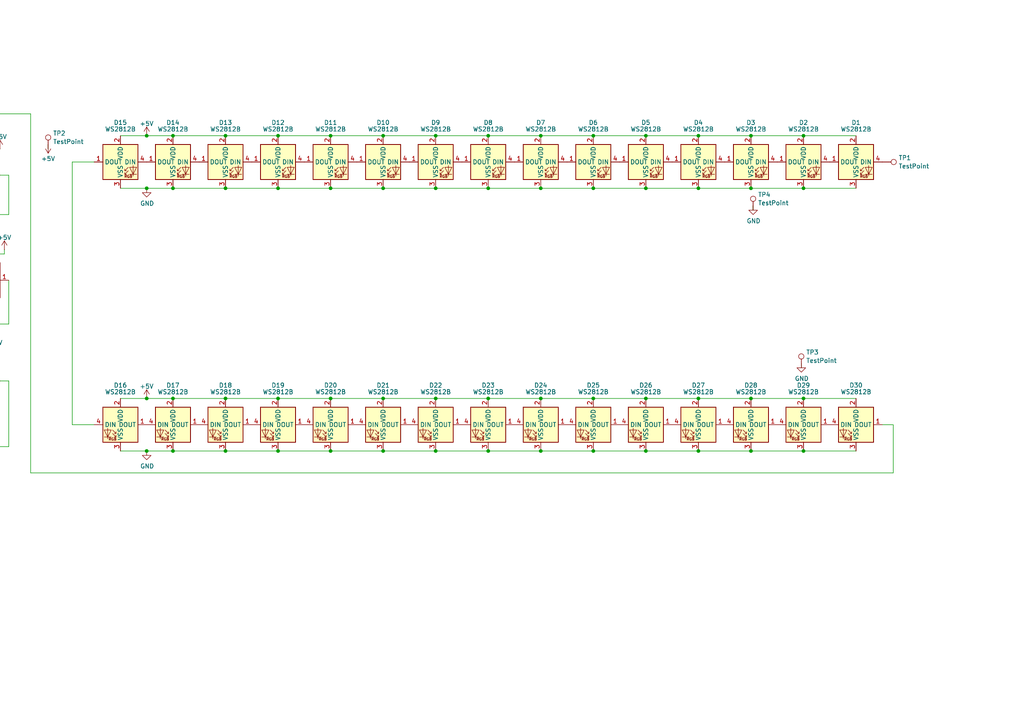
<source format=kicad_sch>
(kicad_sch (version 20250114) (generator "eeschema") (generator_version "9.0")
  (paper "A4")
  (junction (at 80.645 39.37))
  (junction (at 141.605 115.57))
  (junction (at 172.085 39.37))
  (junction (at 156.845 54.61))
  (junction (at 95.885 39.37))
  (junction (at 126.365 130.81))
  (junction (at -26.67 66.04))
  (junction (at 111.125 115.57))
  (junction (at 65.405 54.61))
  (junction (at -24.13 92.71))
  (junction (at 202.565 39.37))
  (junction (at -24.13 119.38))
  (junction (at 42.545 39.37))
  (junction (at 65.405 130.81))
  (junction (at 80.645 54.61))
  (junction (at 202.565 115.57))
  (junction (at 95.885 130.81))
  (junction (at 141.605 130.81))
  (junction (at 65.405 115.57))
  (junction (at 42.545 115.57))
  (junction (at -5.08 73.66))
  (junction (at 141.605 39.37))
  (junction (at 80.645 130.81))
  (junction (at 156.845 130.81))
  (junction (at 50.165 39.37))
  (junction (at 80.645 115.57))
  (junction (at 187.325 130.81))
  (junction (at 187.325 39.37))
  (junction (at 42.545 130.81))
  (junction (at 172.085 54.61))
  (junction (at 65.405 39.37))
  (junction (at 95.885 115.57))
  (junction (at 202.565 130.81))
  (junction (at 217.805 39.37))
  (junction (at 217.805 54.61))
  (junction (at 187.325 54.61))
  (junction (at 50.165 54.61))
  (junction (at 111.125 54.61))
  (junction (at 233.045 54.61))
  (junction (at 233.045 39.37))
  (junction (at 233.045 130.81))
  (junction (at 50.165 115.57))
  (junction (at 217.805 130.81))
  (junction (at 50.165 130.81))
  (junction (at -7.62 43.18))
  (junction (at 111.125 130.81))
  (junction (at 172.085 130.81))
  (junction (at 42.545 54.61))
  (junction (at 187.325 115.57))
  (junction (at 156.845 115.57))
  (junction (at 202.565 54.61))
  (junction (at 126.365 39.37))
  (junction (at 156.845 39.37))
  (junction (at 126.365 115.57))
  (junction (at 217.805 115.57))
  (junction (at 141.605 54.61))
  (junction (at 126.365 54.61))
  (junction (at 95.885 54.61))
  (junction (at 111.125 39.37))
  (junction (at -7.62 102.87))
  (junction (at 233.045 115.57))
  (junction (at 172.085 115.57))
  (wire (pts (xy -59.69 100.33) (xy -59.69 97.79)))
  (wire (pts (xy -82.55 76.2) (xy -82.55 90.17)))
  (wire (pts (xy 73.66 313.69) (xy 91.44 313.69)))
  (wire (pts (xy -34.29 58.42) (xy -35.56 58.42)))
  (wire (pts (xy -25.4 33.02) (xy -36.83 44.45)))
  (wire (pts (xy 111.125 39.37) (xy 126.365 39.37)))
  (wire (pts (xy 259.08 123.19) (xy 259.08 137.16)))
  (wire (pts (xy 81.28 275.59) (xy 64.77 275.59)))
  (wire (pts (xy -26.67 66.04) (xy -20.32 66.04)))
  (wire (pts (xy -36.83 57.15) (xy -35.56 58.42)))
  (wire (pts (xy 63.5 290.195) (xy 101.6 290.195)))
  (wire (pts (xy 50.165 115.57) (xy 65.405 115.57)))
  (wire (pts (xy 8.89 33.02) (xy -25.4 33.02)))
  (wire (pts (xy -13.97 73.66) (xy -5.08 73.66)))
  (wire (pts (xy -24.13 92.71) (xy -15.24 92.71)))
  (wire (pts (xy 80.645 54.61) (xy 95.885 54.61)))
  (wire (pts (xy 202.565 115.57) (xy 217.805 115.57)))
  (wire (pts (xy 73.66 303.53) (xy 91.44 303.53)))
  (wire (pts (xy 65.405 39.37) (xy 80.645 39.37)))
  (wire (pts (xy 101.6 290.195) (xy 101.6 295.91)))
  (wire (pts (xy 13.97 41.91) (xy 13.97 43.18)))
  (wire (pts (xy 34.925 115.57) (xy 42.545 115.57)))
  (wire (pts (xy -12.7 58.42) (xy -7.62 58.42)))
  (wire (pts (xy -90.17 116.84) (xy -90.17 119.38)))
  (wire (pts (xy 0 43.18) (xy -7.62 43.18)))
  (wire (pts (xy 141.605 130.81) (xy 156.845 130.81)))
  (wire (pts (xy -74.93 81.28) (xy -74.93 83.82)))
  (wire (pts (xy 64.77 275.59) (xy 64.77 274.32)))
  (wire (pts (xy -74.93 71.12) (xy -74.93 68.58)))
  (wire (pts (xy -12.7 43.18) (xy -7.62 43.18)))
  (wire (pts (xy 233.045 130.81) (xy 248.285 130.81)))
  (wire (pts (xy 27.305 46.99) (xy 20.955 46.99)))
  (wire (pts (xy 95.885 39.37) (xy 111.125 39.37)))
  (wire (pts (xy 63.5 321.31) (xy 63.5 328.93)))
  (wire (pts (xy -36.83 44.45) (xy -36.83 57.15)))
  (wire (pts (xy 232.41 105.41) (xy 232.41 106.68)))
  (wire (pts (xy -52.07 83.82) (xy -45.72 83.82)))
  (wire (pts (xy -59.69 110.49) (xy -59.69 113.03)))
  (wire (pts (xy -24.13 104.14) (xy -16.51 104.14)))
  (wire (pts (xy 80.645 115.57) (xy 95.885 115.57)))
  (wire (pts (xy 80.645 39.37) (xy 95.885 39.37)))
  (wire (pts (xy 217.805 39.37) (xy 233.045 39.37)))
  (wire (pts (xy -12.7 58.42) (xy -20.32 66.04)))
  (wire (pts (xy 126.365 54.61) (xy 141.605 54.61)))
  (wire (pts (xy 187.325 130.81) (xy 202.565 130.81)))
  (wire (pts (xy 0 50.8) (xy 2.54 50.8)))
  (wire (pts (xy 8.89 137.16) (xy 259.08 137.16)))
  (wire (pts (xy -19.05 71.12) (xy -10.16 62.23)))
  (wire (pts (xy 217.805 54.61) (xy 233.045 54.61)))
  (wire (pts (xy -59.69 88.9) (xy -59.69 91.44)))
  (wire (pts (xy -74.93 124.46) (xy -74.93 127)))
  (wire (pts (xy 42.545 54.61) (xy 50.165 54.61)))
  (wire (pts (xy 65.405 115.57) (xy 80.645 115.57)))
  (wire (pts (xy 233.045 39.37) (xy 248.285 39.37)))
  (wire (pts (xy 73.66 308.61) (xy 91.44 308.61)))
  (wire (pts (xy 156.845 39.37) (xy 172.085 39.37)))
  (wire (pts (xy 202.565 39.37) (xy 217.805 39.37)))
  (wire (pts (xy -16.51 104.14) (xy -15.24 102.87)))
  (wire (pts (xy 2.54 62.23) (xy -10.16 62.23)))
  (wire (pts (xy -67.31 76.2) (xy -67.31 83.82)))
  (wire (pts (xy 34.925 130.81) (xy 42.545 130.81)))
  (wire (pts (xy 20.955 123.19) (xy 27.305 123.19)))
  (wire (pts (xy 2.54 50.8) (xy 2.54 62.23)))
  (wire (pts (xy 172.085 130.81) (xy 187.325 130.81)))
  (wire (pts (xy 42.545 130.81) (xy 50.165 130.81)))
  (wire (pts (xy -11.43 93.98) (xy -16.51 99.06)))
  (wire (pts (xy -67.31 97.79) (xy -67.31 105.41)))
  (wire (pts (xy -41.91 87.63) (xy -45.72 83.82)))
  (wire (pts (xy -16.51 52.07) (xy -16.51 55.88)))
  (wire (pts (xy -90.17 95.25) (xy -90.17 97.79)))
  (wire (pts (xy 2.54 129.54) (xy -31.75 129.54)))
  (wire (pts (xy -15.24 50.8) (xy -16.51 52.07)))
  (wire (pts (xy -11.43 88.9) (xy -15.24 92.71)))
  (wire (pts (xy -20.32 50.8) (xy -12.7 43.18)))
  (wire (pts (xy 111.125 130.81) (xy 126.365 130.81)))
  (wire (pts (xy 218.44 59.69) (xy 218.44 60.96)))
  (wire (pts (xy 34.925 54.61) (xy 42.545 54.61)))
  (wire (pts (xy 101.6 321.31) (xy 101.6 328.93)))
  (wire (pts (xy -24.13 77.47) (xy -17.78 77.47)))
  (wire (pts (xy -31.75 71.12) (xy -35.56 74.93)))
  (wire (pts (xy -52.07 105.41) (xy -52.07 114.3)))
  (wire (pts (xy 65.405 54.61) (xy 80.645 54.61)))
  (wire (pts (xy -17.78 77.47) (xy -13.97 73.66)))
  (wire (pts (xy 172.085 39.37) (xy 187.325 39.37)))
  (wire (pts (xy 233.045 54.61) (xy 248.285 54.61)))
  (wire (pts (xy 73.66 311.15) (xy 91.44 311.15)))
  (wire (pts (xy -20.32 50.8) (xy -26.67 50.8)))
  (wire (pts (xy 255.905 123.19) (xy 259.08 123.19)))
  (wire (pts (xy -59.69 78.74) (xy -59.69 76.2)))
  (wire (pts (xy 217.805 130.81) (xy 233.045 130.81)))
  (wire (pts (xy 0 110.49) (xy 2.54 110.49)))
  (wire (pts (xy -34.29 111.76) (xy -31.75 111.76)))
  (wire (pts (xy 63.5 328.93) (xy 101.6 328.93)))
  (wire (pts (xy -7.62 118.11) (xy -13.97 118.11)))
  (wire (pts (xy 126.365 115.57) (xy 141.605 115.57)))
  (wire (pts (xy 141.605 54.61) (xy 156.845 54.61)))
  (wire (pts (xy -5.08 88.9) (xy -11.43 88.9)))
  (wire (pts (xy 81.28 300.99) (xy 91.44 300.99)))
  (wire (pts (xy 1.27 72.39) (xy 1.27 73.66)))
  (wire (pts (xy 126.365 39.37) (xy 141.605 39.37)))
  (wire (pts (xy 34.925 39.37) (xy 42.545 39.37)))
  (wire (pts (xy 156.845 115.57) (xy 172.085 115.57)))
  (wire (pts (xy -90.17 85.09) (xy -90.17 82.55)))
  (wire (pts (xy -74.93 102.87) (xy -74.93 105.41)))
  (wire (pts (xy -74.93 114.3) (xy -74.93 111.76)))
  (wire (pts (xy -83.82 97.79) (xy -82.55 97.79)))
  (wire (pts (xy -15.24 110.49) (xy -16.51 111.76)))
  (wire (pts (xy -31.75 129.54) (xy -41.91 119.38)))
  (wire (pts (xy 50.165 39.37) (xy 65.405 39.37)))
  (wire (pts (xy 42.545 39.37) (xy 50.165 39.37)))
  (wire (pts (xy -31.75 99.06) (xy -35.56 102.87)))
  (wire (pts (xy -83.82 97.79) (xy -88.9 92.71)))
  (wire (pts (xy -82.55 111.76) (xy -82.55 119.38)))
  (wire (pts (xy -74.93 92.71) (xy -74.93 90.17)))
  (wire (pts (xy 80.645 130.81) (xy 95.885 130.81)))
  (wire (pts (xy 156.845 54.61) (xy 172.085 54.61)))
  (wire (pts (xy -41.91 119.38) (xy -41.91 87.63)))
  (wire (pts (xy -35.56 74.93) (xy -35.56 83.82)))
  (wire (pts (xy -16.51 55.88) (xy -19.05 58.42)))
  (wire (pts (xy -16.51 99.06) (xy -31.75 99.06)))
  (wire (pts (xy 187.325 54.61) (xy 202.565 54.61)))
  (wire (pts (xy 73.66 306.07) (xy 91.44 306.07)))
  (wire (pts (xy 95.885 130.81) (xy 111.125 130.81)))
  (wire (pts (xy 95.885 54.61) (xy 111.125 54.61)))
  (wire (pts (xy -13.97 118.11) (xy -15.24 119.38)))
  (wire (pts (xy 141.605 39.37) (xy 156.845 39.37)))
  (wire (pts (xy 111.125 115.57) (xy 126.365 115.57)))
  (wire (pts (xy 172.085 54.61) (xy 187.325 54.61)))
  (wire (pts (xy -35.56 102.87) (xy -35.56 110.49)))
  (wire (pts (xy -19.05 71.12) (xy -31.75 71.12)))
  (wire (pts (xy -90.17 106.68) (xy -90.17 104.14)))
  (wire (pts (xy 63.5 295.91) (xy 63.5 290.195)))
  (wire (pts (xy 217.805 115.57) (xy 233.045 115.57)))
  (wire (pts (xy 65.405 130.81) (xy 80.645 130.81)))
  (wire (pts (xy 2.54 110.49) (xy 2.54 129.54)))
  (wire (pts (xy 81.28 275.59) (xy 81.28 300.99)))
  (wire (pts (xy 172.085 115.57) (xy 187.325 115.57)))
  (wire (pts (xy -12.7 81.28) (xy -16.51 85.09)))
  (wire (pts (xy 156.845 130.81) (xy 172.085 130.81)))
  (wire (pts (xy 2.54 93.98) (xy -11.43 93.98)))
  (wire (pts (xy 233.045 115.57) (xy 248.285 115.57)))
  (wire (pts (xy 95.885 115.57) (xy 111.125 115.57)))
  (wire (pts (xy -67.31 119.38) (xy -57.15 119.38)))
  (wire (pts (xy 50.165 130.81) (xy 65.405 130.81)))
  (wire (pts (xy -7.62 102.87) (xy -1.27 102.87)))
  (wire (pts (xy -15.24 102.87) (xy -7.62 102.87)))
  (wire (pts (xy 59.69 261.62) (xy 59.69 270.51)))
  (wire (pts (xy 126.365 130.81) (xy 141.605 130.81)))
  (wire (pts (xy 42.545 115.57) (xy 50.165 115.57)))
  (wire (pts (xy 141.605 115.57) (xy 156.845 115.57)))
  (wire (pts (xy 20.955 46.99) (xy 20.955 123.19)))
  (wire (pts (xy 1.27 73.66) (xy -5.08 73.66)))
  (wire (pts (xy 202.565 54.61) (xy 217.805 54.61)))
  (wire (pts (xy -24.13 119.38) (xy -15.24 119.38)))
  (wire (pts (xy -34.29 85.09) (xy -31.75 85.09)))
  (wire (pts (xy 187.325 115.57) (xy 202.565 115.57)))
  (wire (pts (xy -57.15 119.38) (xy -52.07 114.3)))
  (wire (pts (xy 111.125 54.61) (xy 126.365 54.61)))
  (wire (pts (xy 8.89 33.02) (xy 8.89 137.16)))
  (wire (pts (xy -97.79 90.17) (xy -97.79 111.76)))
  (wire (pts (xy -35.56 83.82) (xy -34.29 85.09)))
  (wire (pts (xy 2.54 81.28) (xy 2.54 93.98)))
  (wire (pts (xy 202.565 130.81) (xy 217.805 130.81)))
  (wire (pts (xy 50.165 54.61) (xy 65.405 54.61)))
  (wire (pts (xy -88.9 63.5) (xy -88.9 92.71)))
  (wire (pts (xy -35.56 110.49) (xy -34.29 111.76)))
  (wire (pts (xy 187.325 39.37) (xy 202.565 39.37)))
  (symbol (lib_name "xl-1010RGBC_433") (lib_id "JumperlessSymbols:xl-1010RGBC") (at -5.08 81.28 0) (mirror y) (unit 1)
    (property "Reference" "D34" (at -5.08 69.85 0))
    (property "Value" "WS2812B" (at -5.08 71.771 0))
    (property "Footprint" "JumperlessFootprints:XL-1010RGBC-WS2812B" (effects (hide yes)))
    (property "Datasheet" "https://cdn-shop.adafruit.com/datasheets/WS2812B.pdf" (effects (hide yes)))
  )
  (symbol (lib_name "xl-1010RGBC_110") (lib_id "JumperlessSymbols:xl-1010RGBC") (at 65.405 46.99 0) (unit 1)
    (property "Reference" "D13" (at 65.405 35.56 0))
    (property "Value" "WS2812B" (at 65.405 37.481 0))
    (property "Footprint" "JumperlessFootprints:XL-1010RGBC-WS2812B" (effects (hide yes)))
    (property "Datasheet" "https://cdn-shop.adafruit.com/datasheets/WS2812B.pdf" (effects (hide yes)))
  )
  (symbol (lib_name "xl-1010RGBC_430") (lib_id "JumperlessSymbols:xl-1010RGBC") (at 202.565 46.99 0) (unit 1)
    (property "Reference" "D4" (at 202.565 35.56 0))
    (property "Value" "WS2812B" (at 202.565 37.481 0))
    (property "Footprint" "JumperlessFootprints:XL-1010RGBC-WS2812B" (effects (hide yes)))
    (property "Datasheet" "https://cdn-shop.adafruit.com/datasheets/WS2812B.pdf" (effects (hide yes)))
  )
  (symbol (lib_name "GND_1") (lib_id "power:GND") (at 232.41 105.41 0) (unit 1)
    (property "Reference" "#PWR017" (effects (hide yes)))
    (property "Value" "GND" (at 232.537 109.8042 0))
    (property "Description" "Power symbol creates a global label with name \"GND\" , ground" (effects (hide yes)))
  )
  (symbol (lib_id "Connector_Generic:Conn_01x01") (at 59.69 256.54 90) (unit 1)
    (property "Reference" "J2" (at 62.23 255.2699 90) (effects (justify right)))
    (property "Value" "Pogo" (at 62.23 257.8099 90) (effects (justify right)))
    (property "Description" "Generic connector, single row, 01x01, script generated (kicad-library-utils/schlib/autogen/connector/)" (effects (hide yes)))
  )
  (symbol (lib_name "GND_1") (lib_id "power:GND") (at -74.93 124.46 0) (mirror y) (unit 1)
    (property "Reference" "#PWR024" (effects (hide yes)))
    (property "Value" "GND" (effects (hide yes)))
    (property "Description" "Power symbol creates a global label with name \"GND\" , ground" (effects (hide yes)))
  )
  (symbol (lib_name "GND_1") (lib_id "power:GND") (at -59.69 110.49 0) (mirror y) (unit 1)
    (property "Reference" "#PWR029" (effects (hide yes)))
    (property "Value" "GND" (effects (hide yes)))
    (property "Description" "Power symbol creates a global label with name \"GND\" , ground" (effects (hide yes)))
  )
  (symbol (lib_name "GND_1") (lib_id "power:GND") (at -74.93 102.87 0) (mirror y) (unit 1)
    (property "Reference" "#PWR026" (effects (hide yes)))
    (property "Value" "GND" (effects (hide yes)))
    (property "Description" "Power symbol creates a global label with name \"GND\" , ground" (effects (hide yes)))
  )
  (symbol (lib_name "xl-1010RGBC_433") (lib_id "JumperlessSymbols:xl-1010RGBC") (at -26.67 58.42 0) (mirror y) (unit 1)
    (property "Reference" "D31" (at -26.67 46.99 0))
    (property "Value" "WS2812B" (at -26.67 48.911 0))
    (property "Footprint" "JumperlessFootprints:XL-1010RGBC-WS2812B" (effects (hide yes)))
    (property "Datasheet" "https://cdn-shop.adafruit.com/datasheets/WS2812B.pdf" (effects (hide yes)))
  )
  (symbol (lib_name "xl-1010RGBC_318") (lib_id "JumperlessSymbols:xl-1010RGBC") (at 65.405 123.19 0) (mirror y) (unit 1)
    (property "Reference" "D18" (at 65.405 111.76 0))
    (property "Value" "WS2812B" (at 65.405 113.681 0))
    (property "Footprint" "JumperlessFootprints:XL-1010RGBC-WS2812B" (effects (hide yes)))
    (property "Datasheet" "https://cdn-shop.adafruit.com/datasheets/WS2812B.pdf" (effects (hide yes)))
  )
  (symbol (lib_name "xl-1010RGBC_306") (lib_id "JumperlessSymbols:xl-1010RGBC") (at 111.125 123.19 0) (mirror y) (unit 1)
    (property "Reference" "D21" (at 111.125 111.76 0))
    (property "Value" "WS2812B" (at 111.125 113.681 0))
    (property "Footprint" "JumperlessFootprints:XL-1010RGBC-WS2812B" (effects (hide yes)))
    (property "Datasheet" "https://cdn-shop.adafruit.com/datasheets/WS2812B.pdf" (effects (hide yes)))
  )
  (symbol (lib_name "GND_1") (lib_id "power:GND") (at -24.13 119.38 0) (mirror y) (unit 1)
    (property "Reference" "#PWR08" (effects (hide yes)))
    (property "Value" "GND" (at -24.257 123.7742 0))
    (property "Description" "Power symbol creates a global label with name \"GND\" , ground" (effects (hide yes)))
  )
  (symbol (lib_id "Connector:TestPoint") (at 13.97 43.18 0) (unit 1)
    (property "Reference" "TP2" (at 15.367 38.6658 0) (effects (justify left)))
    (property "Value" "TestPoint" (at 15.367 41.0901 0) (effects (justify left)))
    (property "Footprint" "JumperlessFootprints:PINHEADER-1x1_vertical" (effects (hide yes)))
    (property "Description" "test point" (effects (hide yes)))
  )
  (symbol (lib_name "xl-1010RGBC_243") (lib_id "JumperlessSymbols:xl-1010RGBC") (at 34.925 123.19 0) (mirror y) (unit 1)
    (property "Reference" "D16" (at 34.925 111.76 0))
    (property "Value" "WS2812B" (at 34.925 113.681 0))
    (property "Footprint" "JumperlessFootprints:XL-1010RGBC-WS2812B" (effects (hide yes)))
    (property "Datasheet" "https://cdn-shop.adafruit.com/datasheets/WS2812B.pdf" (effects (hide yes)))
  )
  (symbol (lib_id "Connector_Generic:Conn_01x01") (at 49.53 274.32 180) (unit 1)
    (property "Reference" "J1" (at 49.53 267.97 0))
    (property "Value" "NANO_RESET_1" (at 49.53 270.51 0))
    (property "Description" "Generic connector, single row, 01x01, script generated (kicad-library-utils/schlib/autogen/connector/)" (effects (hide yes)))
  )
  (symbol (lib_name "xl-1010RGBC_427") (lib_id "JumperlessSymbols:xl-1010RGBC") (at 111.125 46.99 0) (unit 1)
    (property "Reference" "D10" (at 111.125 35.544 0))
    (property "Value" "WS2812B" (at 111.125 37.465 0))
    (property "Footprint" "JumperlessFootprints:XL-1010RGBC-WS2812B" (effects (hide yes)))
    (property "Datasheet" "https://cdn-shop.adafruit.com/datasheets/WS2812B.pdf" (effects (hide yes)))
  )
  (symbol (lib_name "xl-1010RGBC_165") (lib_id "JumperlessSymbols:xl-1010RGBC") (at 50.165 123.19 0) (mirror y) (unit 1)
    (property "Reference" "D17" (at 50.165 111.76 0))
    (property "Value" "WS2812B" (at 50.165 113.681 0))
    (property "Footprint" "JumperlessFootprints:XL-1010RGBC-WS2812B" (effects (hide yes)))
    (property "Datasheet" "https://cdn-shop.adafruit.com/datasheets/WS2812B.pdf" (effects (hide yes)))
  )
  (symbol (lib_name "+5V_1") (lib_id "power:+5V") (at -90.17 106.68 0) (mirror y) (unit 1)
    (property "Reference" "#PWR016" (effects (hide yes)))
    (property "Value" "+5V" (effects (hide yes)))
    (property "Description" "Power symbol creates a global label with name \"+5V\"" (effects (hide yes)))
  )
  (symbol (lib_name "+5V_1") (lib_id "power:+5V") (at -74.93 71.12 0) (mirror y) (unit 1)
    (property "Reference" "#PWR021" (effects (hide yes)))
    (property "Value" "+5V" (effects (hide yes)))
    (property "Description" "Power symbol creates a global label with name \"+5V\"" (effects (hide yes)))
  )
  (symbol (lib_name "GND_1") (lib_id "power:GND") (at -90.17 116.84 0) (mirror y) (unit 1)
    (property "Reference" "#PWR011" (effects (hide yes)))
    (property "Value" "GND" (effects (hide yes)))
    (property "Description" "Power symbol creates a global label with name \"GND\" , ground" (effects (hide yes)))
  )
  (symbol (lib_name "xl-1010RGBC_432") (lib_id "JumperlessSymbols:xl-1010RGBC") (at -59.69 105.41 0) (unit 1)
    (property "Reference" "D42" (at -59.69 93.964 0))
    (property "Value" "WS2812B" (at -59.69 95.885 0))
    (property "Footprint" "JumperlessFootprints:XL-1010RGBC-WS2812B" (effects (hide yes)))
    (property "Datasheet" "https://cdn-shop.adafruit.com/datasheets/WS2812B.pdf" (effects (hide yes)))
  )
  (symbol (lib_name "xl-1010RGBC_113") (lib_id "JumperlessSymbols:xl-1010RGBC") (at 95.885 46.99 0) (unit 1)
    (property "Reference" "D11" (at 95.885 35.56 0))
    (property "Value" "WS2812B" (at 95.885 37.481 0))
    (property "Footprint" "JumperlessFootprints:XL-1010RGBC-WS2812B" (effects (hide yes)))
    (property "Datasheet" "https://cdn-shop.adafruit.com/datasheets/WS2812B.pdf" (effects (hide yes)))
  )
  (symbol (lib_name "xl-1010RGBC_295") (lib_id "JumperlessSymbols:xl-1010RGBC") (at 126.365 46.99 0) (unit 1)
    (property "Reference" "D9" (at 126.365 35.56 0))
    (property "Value" "WS2812B" (at 126.365 37.481 0))
    (property "Footprint" "JumperlessFootprints:XL-1010RGBC-WS2812B" (effects (hide yes)))
    (property "Datasheet" "https://cdn-shop.adafruit.com/datasheets/WS2812B.pdf" (effects (hide yes)))
  )
  (symbol (lib_name "GND_1") (lib_id "power:GND") (at 42.545 54.61 0) (unit 1)
    (property "Reference" "#PWR02" (effects (hide yes)))
    (property "Value" "GND" (at 42.672 59.0042 0))
    (property "Description" "Power symbol creates a global label with name \"GND\" , ground" (effects (hide yes)))
  )
  (symbol (lib_name "xl-1010RGBC_431") (lib_id "JumperlessSymbols:xl-1010RGBC") (at -74.93 76.2 0) (unit 1)
    (property "Reference" "D38" (at -74.93 64.77 0))
    (property "Value" "WS2812B" (at -74.93 66.691 0))
    (property "Footprint" "JumperlessFootprints:XL-1010RGBC-WS2812B" (effects (hide yes)))
    (property "Datasheet" "https://cdn-shop.adafruit.com/datasheets/WS2812B.pdf" (effects (hide yes)))
  )
  (symbol (lib_name "xl-1010RGBC_311") (lib_id "JumperlessSymbols:xl-1010RGBC") (at 95.885 123.19 0) (mirror y) (unit 1)
    (property "Reference" "D20" (at 95.885 111.744 0))
    (property "Value" "WS2812B" (at 95.885 113.665 0))
    (property "Footprint" "JumperlessFootprints:XL-1010RGBC-WS2812B" (effects (hide yes)))
    (property "Datasheet" "https://cdn-shop.adafruit.com/datasheets/WS2812B.pdf" (effects (hide yes)))
  )
  (symbol (lib_id "Jumper:SolderJumper_3_Bridged12") (at 59.69 274.32 180) (unit 1) (in_bom no)
    (property "Reference" "JP1" (at 59.69 278.13 0))
    (property "Value" "SolderJumper_3_Bridged12" (at 59.69 280.67 0))
    (property "Description" "3-pole Solder Jumper, pins 1+2 closed/bridged" (effects (hide yes)))
  )
  (symbol (lib_name "GND_1") (lib_id "power:GND") (at -59.69 88.9 0) (mirror y) (unit 1)
    (property "Reference" "#PWR028" (effects (hide yes)))
    (property "Value" "GND" (effects (hide yes)))
    (property "Description" "Power symbol creates a global label with name \"GND\" , ground" (effects (hide yes)))
  )
  (symbol (lib_name "xl-1010RGBC_114") (lib_id "JumperlessSymbols:xl-1010RGBC") (at 248.285 46.99 0) (unit 1)
    (property "Reference" "D1" (at 248.285 35.56 0))
    (property "Value" "WS2812B" (at 248.285 37.481 0))
    (property "Footprint" "JumperlessFootprints:XL-1010RGBC-WS2812B" (effects (hide yes)))
    (property "Datasheet" "https://cdn-shop.adafruit.com/datasheets/WS2812B.pdf" (effects (hide yes)))
  )
  (symbol (lib_name "xl-1010RGBC_433") (lib_id "JumperlessSymbols:xl-1010RGBC") (at -90.17 111.76 0) (mirror y) (unit 1)
    (property "Reference" "D40" (at -90.17 100.33 0))
    (property "Value" "WS2812B" (at -90.17 102.251 0))
    (property "Footprint" "JumperlessFootprints:XL-1010RGBC-WS2812B" (effects (hide yes)))
    (property "Datasheet" "https://cdn-shop.adafruit.com/datasheets/WS2812B.pdf" (effects (hide yes)))
  )
  (symbol (lib_name "+5V_1") (lib_id "power:+5V") (at 0 43.18 0) (mirror y) (unit 1)
    (property "Reference" "#PWR03" (effects (hide yes)))
    (property "Value" "+5V" (at 0 39.6781 0))
    (property "Description" "Power symbol creates a global label with name \"+5V\"" (effects (hide yes)))
  )
  (symbol (lib_name "+5V_1") (lib_id "power:+5V") (at -59.69 78.74 0) (mirror y) (unit 1)
    (property "Reference" "#PWR022" (effects (hide yes)))
    (property "Value" "+5V" (effects (hide yes)))
    (property "Description" "Power symbol creates a global label with name \"+5V\"" (effects (hide yes)))
  )
  (symbol (lib_name "xl-1010RGBC_226") (lib_id "JumperlessSymbols:xl-1010RGBC") (at 126.365 123.19 0) (mirror y) (unit 1)
    (property "Reference" "D22" (at 126.365 111.76 0))
    (property "Value" "WS2812B" (at 126.365 113.681 0))
    (property "Footprint" "JumperlessFootprints:XL-1010RGBC-WS2812B" (effects (hide yes)))
    (property "Datasheet" "https://cdn-shop.adafruit.com/datasheets/WS2812B.pdf" (effects (hide yes)))
  )
  (symbol (lib_name "+5V_1") (lib_id "power:+5V") (at 13.97 41.91 0) (mirror x) (unit 1)
    (property "Reference" "#PWR019" (effects (hide yes)))
    (property "Value" "+5V" (at 13.97 46.0431 0))
    (property "Description" "Power symbol creates a global label with name \"+5V\"" (effects (hide yes)))
  )
  (symbol (lib_name "xl-1010RGBC_108") (lib_id "JumperlessSymbols:xl-1010RGBC") (at 156.845 46.99 0) (unit 1)
    (property "Reference" "D7" (at 156.845 35.56 0))
    (property "Value" "WS2812B" (at 156.845 37.481 0))
    (property "Footprint" "JumperlessFootprints:XL-1010RGBC-WS2812B" (effects (hide yes)))
    (property "Datasheet" "https://cdn-shop.adafruit.com/datasheets/WS2812B.pdf" (effects (hide yes)))
  )
  (symbol (lib_name "xl-1010RGBC_433") (lib_id "JumperlessSymbols:xl-1010RGBC") (at -59.69 83.82 0) (unit 1)
    (property "Reference" "D37" (at -59.69 72.39 0))
    (property "Value" "WS2812B" (at -59.69 74.311 0))
    (property "Footprint" "JumperlessFootprints:XL-1010RGBC-WS2812B" (effects (hide yes)))
    (property "Datasheet" "https://cdn-shop.adafruit.com/datasheets/WS2812B.pdf" (effects (hide yes)))
  )
  (symbol (lib_name "GND_1") (lib_id "power:GND") (at -90.17 95.25 0) (mirror y) (unit 1)
    (property "Reference" "#PWR025" (effects (hide yes)))
    (property "Value" "GND" (effects (hide yes)))
    (property "Description" "Power symbol creates a global label with name \"GND\" , ground" (effects (hide yes)))
  )
  (symbol (lib_name "xl-1010RGBC_109") (lib_id "JumperlessSymbols:xl-1010RGBC") (at 233.045 46.99 0) (unit 1)
    (property "Reference" "D2" (at 233.045 35.56 0))
    (property "Value" "WS2812B" (at 233.045 37.481 0))
    (property "Footprint" "JumperlessFootprints:XL-1010RGBC-WS2812B" (effects (hide yes)))
    (property "Datasheet" "https://cdn-shop.adafruit.com/datasheets/WS2812B.pdf" (effects (hide yes)))
  )
  (symbol (lib_name "xl-1010RGBC_429") (lib_id "JumperlessSymbols:xl-1010RGBC") (at 141.605 46.99 0) (unit 1)
    (property "Reference" "D8" (at 141.605 35.56 0))
    (property "Value" "WS2812B" (at 141.605 37.481 0))
    (property "Footprint" "JumperlessFootprints:XL-1010RGBC-WS2812B" (effects (hide yes)))
    (property "Datasheet" "https://cdn-shop.adafruit.com/datasheets/WS2812B.pdf" (effects (hide yes)))
  )
  (symbol (lib_name "GND_1") (lib_id "power:GND") (at 218.44 59.69 0) (unit 1)
    (property "Reference" "#PWR018" (effects (hide yes)))
    (property "Value" "GND" (at 218.567 64.0842 0))
    (property "Description" "Power symbol creates a global label with name \"GND\" , ground" (effects (hide yes)))
  )
  (symbol (lib_name "xl-1010RGBC_426") (lib_id "JumperlessSymbols:xl-1010RGBC") (at 217.805 46.99 0) (unit 1)
    (property "Reference" "D3" (at 217.805 35.56 0))
    (property "Value" "WS2812B" (at 217.805 37.481 0))
    (property "Footprint" "JumperlessFootprints:XL-1010RGBC-WS2812B" (effects (hide yes)))
    (property "Datasheet" "https://cdn-shop.adafruit.com/datasheets/WS2812B.pdf" (effects (hide yes)))
  )
  (symbol (lib_name "xl-1010RGBC_111") (lib_id "JumperlessSymbols:xl-1010RGBC") (at 172.085 46.99 0) (unit 1)
    (property "Reference" "D6" (at 172.085 35.56 0))
    (property "Value" "WS2812B" (at 172.085 37.481 0))
    (property "Footprint" "JumperlessFootprints:XL-1010RGBC-WS2812B" (effects (hide yes)))
    (property "Datasheet" "https://cdn-shop.adafruit.com/datasheets/WS2812B.pdf" (effects (hide yes)))
  )
  (symbol (lib_name "xl-1010RGBC_432") (lib_id "JumperlessSymbols:xl-1010RGBC") (at -90.17 90.17 0) (unit 1)
    (property "Reference" "D39" (at -90.17 78.724 0))
    (property "Value" "WS2812B" (at -90.17 80.645 0))
    (property "Footprint" "JumperlessFootprints:XL-1010RGBC-WS2812B" (effects (hide yes)))
    (property "Datasheet" "https://cdn-shop.adafruit.com/datasheets/WS2812B.pdf" (effects (hide yes)))
  )
  (symbol (lib_name "+5V_1") (lib_id "power:+5V") (at 42.545 115.57 0) (unit 1)
    (property "Reference" "#PWR05" (effects (hide yes)))
    (property "Value" "+5V" (at 42.545 112.0681 0))
    (property "Description" "Power symbol creates a global label with name \"+5V\"" (effects (hide yes)))
  )
  (symbol (lib_name "+5V_1") (lib_id "power:+5V") (at -59.69 100.33 0) (mirror y) (unit 1)
    (property "Reference" "#PWR015" (effects (hide yes)))
    (property "Value" "+5V" (effects (hide yes)))
    (property "Description" "Power symbol creates a global label with name \"+5V\"" (effects (hide yes)))
  )
  (symbol (lib_id "Connector:TestPoint") (at 255.905 46.99 270) (unit 1)
    (property "Reference" "TP1" (at 260.604 45.7778 90) (effects (justify left)))
    (property "Value" "TestPoint" (at 260.604 48.2021 90) (effects (justify left)))
    (property "Footprint" "JumperlessFootprints:PINHEADER-1x1_vertical" (effects (hide yes)))
    (property "Description" "test point" (effects (hide yes)))
  )
  (symbol (lib_name "xl-1010RGBC_296") (lib_id "JumperlessSymbols:xl-1010RGBC") (at 34.925 46.99 0) (unit 1)
    (property "Reference" "D15" (at 34.925 35.544 0))
    (property "Value" "WS2812B" (at 34.925 37.465 0))
    (property "Footprint" "JumperlessFootprints:XL-1010RGBC-WS2812B" (effects (hide yes)))
    (property "Datasheet" "https://cdn-shop.adafruit.com/datasheets/WS2812B.pdf" (effects (hide yes)))
  )
  (symbol (lib_name "+5V_1") (lib_id "power:+5V") (at 42.545 39.37 0) (unit 1)
    (property "Reference" "#PWR01" (effects (hide yes)))
    (property "Value" "+5V" (at 42.545 35.8681 0))
    (property "Description" "Power symbol creates a global label with name \"+5V\"" (effects (hide yes)))
  )
  (symbol (lib_name "+5V_1") (lib_id "power:+5V") (at -74.93 114.3 0) (mirror y) (unit 1)
    (property "Reference" "#PWR010" (effects (hide yes)))
    (property "Value" "+5V" (effects (hide yes)))
    (property "Description" "Power symbol creates a global label with name \"+5V\"" (effects (hide yes)))
  )
  (symbol (lib_name "xl-1010RGBC_433") (lib_id "JumperlessSymbols:xl-1010RGBC") (at -74.93 97.79 0) (unit 1)
    (property "Reference" "D43" (at -74.93 86.36 0))
    (property "Value" "WS2812B" (at -74.93 88.281 0))
    (property "Footprint" "JumperlessFootprints:XL-1010RGBC-WS2812B" (effects (hide yes)))
    (property "Datasheet" "https://cdn-shop.adafruit.com/datasheets/WS2812B.pdf" (effects (hide yes)))
  )
  (symbol (lib_name "GND_1") (lib_id "power:GND") (at 42.545 130.81 0) (unit 1)
    (property "Reference" "#PWR06" (effects (hide yes)))
    (property "Value" "GND" (at 42.672 135.2042 0))
    (property "Description" "Power symbol creates a global label with name \"GND\" , ground" (effects (hide yes)))
  )
  (symbol (lib_name "GND_1") (lib_id "power:GND") (at -74.93 81.28 0) (mirror y) (unit 1)
    (property "Reference" "#PWR027" (effects (hide yes)))
    (property "Value" "GND" (effects (hide yes)))
    (property "Description" "Power symbol creates a global label with name \"GND\" , ground" (effects (hide yes)))
  )
  (symbol (lib_name "xl-1010RGBC_107") (lib_id "JumperlessSymbols:xl-1010RGBC") (at 50.165 46.99 0) (unit 1)
    (property "Reference" "D14" (at 50.165 35.56 0))
    (property "Value" "WS2812B" (at 50.165 37.481 0))
    (property "Footprint" "JumperlessFootprints:XL-1010RGBC-WS2812B" (effects (hide yes)))
    (property "Datasheet" "https://cdn-shop.adafruit.com/datasheets/WS2812B.pdf" (effects (hide yes)))
  )
  (symbol (lib_name "xl-1010RGBC_431") (lib_id "JumperlessSymbols:xl-1010RGBC") (at -74.93 119.38 0) (mirror y) (unit 1)
    (property "Reference" "D41" (at -74.93 107.95 0))
    (property "Value" "WS2812B" (at -74.93 109.871 0))
    (property "Footprint" "JumperlessFootprints:XL-1010RGBC-WS2812B" (effects (hide yes)))
    (property "Datasheet" "https://cdn-shop.adafruit.com/datasheets/WS2812B.pdf" (effects (hide yes)))
  )
  (symbol (lib_name "xl-1010RGBC_403") (lib_id "JumperlessSymbols:xl-1010RGBC") (at 80.645 123.19 0) (mirror y) (unit 1)
    (property "Reference" "D19" (at 80.645 111.76 0))
    (property "Value" "WS2812B" (at 80.645 113.681 0))
    (property "Footprint" "JumperlessFootprints:XL-1010RGBC-WS2812B" (effects (hide yes)))
    (property "Datasheet" "https://cdn-shop.adafruit.com/datasheets/WS2812B.pdf" (effects (hide yes)))
  )
  (symbol (lib_name "+5V_1") (lib_id "power:+5V") (at -1.27 102.87 0) (mirror y) (unit 1)
    (property "Reference" "#PWR07" (effects (hide yes)))
    (property "Value" "+5V" (at -1.27 99.3681 0))
    (property "Description" "Power symbol creates a global label with name \"+5V\"" (effects (hide yes)))
  )
  (symbol (lib_name "GND_1") (lib_id "power:GND") (at -26.67 66.04 0) (mirror y) (unit 1)
    (property "Reference" "#PWR04" (effects (hide yes)))
    (property "Value" "GND" (at -26.797 70.4342 0))
    (property "Description" "Power symbol creates a global label with name \"GND\" , ground" (effects (hide yes)))
  )
  (symbol (lib_name "xl-1010RGBC_183") (lib_id "JumperlessSymbols:xl-1010RGBC") (at 233.045 123.19 0) (mirror y) (unit 1)
    (property "Reference" "D29" (at 233.045 111.76 0))
    (property "Value" "WS2812B" (at 233.045 113.681 0))
    (property "Footprint" "JumperlessFootprints:XL-1010RGBC-WS2812B" (effects (hide yes)))
    (property "Datasheet" "https://cdn-shop.adafruit.com/datasheets/WS2812B.pdf" (effects (hide yes)))
  )
  (symbol (lib_name "xl-1010RGBC_323") (lib_id "JumperlessSymbols:xl-1010RGBC") (at 156.845 123.19 0) (mirror y) (unit 1)
    (property "Reference" "D24" (at 156.845 111.76 0))
    (property "Value" "WS2812B" (at 156.845 113.681 0))
    (property "Footprint" "JumperlessFootprints:XL-1010RGBC-WS2812B" (effects (hide yes)))
    (property "Datasheet" "https://cdn-shop.adafruit.com/datasheets/WS2812B.pdf" (effects (hide yes)))
  )
  (symbol (lib_id "Connector:TestPoint") (at 218.44 60.96 0) (unit 1)
    (property "Reference" "TP4" (at 219.837 56.4458 0) (effects (justify left)))
    (property "Value" "TestPoint" (at 219.837 58.8701 0) (effects (justify left)))
    (property "Footprint" "JumperlessFootprints:PINHEADER-1x1_vertical" (effects (hide yes)))
    (property "Description" "test point" (effects (hide yes)))
  )
  (symbol (lib_name "xl-1010RGBC_432") (lib_id "JumperlessSymbols:xl-1010RGBC") (at -24.13 85.09 0) (mirror y) (unit 1)
    (property "Reference" "D33" (at -24.13 73.644 0))
    (property "Value" "WS2812B" (at -24.13 75.565 0))
    (property "Footprint" "JumperlessFootprints:XL-1010RGBC-WS2812B" (effects (hide yes)))
    (property "Datasheet" "https://cdn-shop.adafruit.com/datasheets/WS2812B.pdf" (effects (hide yes)))
  )
  (symbol (lib_id "Connector:TestPoint") (at -88.9 63.5 0) (unit 1)
    (property "Reference" "TP5" (at -85.09 58.9279 0) (effects (justify left)))
    (property "Value" "LED Out from wishbone" (at -85.09 61.4679 0) (effects (justify left)))
    (property "Footprint" "JumperlessFootprints:PINHEADER-1x1_vertical" (effects (hide yes)))
    (property "Description" "test point" (effects (hide yes)))
  )
  (symbol (lib_name "xl-1010RGBC_390") (lib_id "JumperlessSymbols:xl-1010RGBC") (at 202.565 123.19 0) (mirror y) (unit 1)
    (property "Reference" "D27" (at 202.565 111.76 0))
    (property "Value" "WS2812B" (at 202.565 113.681 0))
    (property "Footprint" "JumperlessFootprints:XL-1010RGBC-WS2812B" (effects (hide yes)))
    (property "Datasheet" "https://cdn-shop.adafruit.com/datasheets/WS2812B.pdf" (effects (hide yes)))
  )
  (symbol (lib_name "xl-1010RGBC_431") (lib_id "JumperlessSymbols:xl-1010RGBC") (at -7.62 50.8 0) (mirror y) (unit 1)
    (property "Reference" "D32" (at -7.62 39.37 0))
    (property "Value" "WS2812B" (at -7.62 41.291 0))
    (property "Footprint" "JumperlessFootprints:XL-1010RGBC-WS2812B" (effects (hide yes)))
    (property "Datasheet" "https://cdn-shop.adafruit.com/datasheets/WS2812B.pdf" (effects (hide yes)))
  )
  (symbol (lib_name "xl-1010RGBC_112") (lib_id "JumperlessSymbols:xl-1010RGBC") (at 187.325 46.99 0) (unit 1)
    (property "Reference" "D5" (at 187.325 35.544 0))
    (property "Value" "WS2812B" (at 187.325 37.465 0))
    (property "Footprint" "JumperlessFootprints:XL-1010RGBC-WS2812B" (effects (hide yes)))
    (property "Datasheet" "https://cdn-shop.adafruit.com/datasheets/WS2812B.pdf" (effects (hide yes)))
  )
  (symbol (lib_name "xl-1010RGBC_324") (lib_id "JumperlessSymbols:xl-1010RGBC") (at 248.285 123.19 0) (mirror y) (unit 1)
    (property "Reference" "D30" (at 248.285 111.744 0))
    (property "Value" "WS2812B" (at 248.285 113.665 0))
    (property "Footprint" "JumperlessFootprints:XL-1010RGBC-WS2812B" (effects (hide yes)))
    (property "Datasheet" "https://cdn-shop.adafruit.com/datasheets/WS2812B.pdf" (effects (hide yes)))
  )
  (symbol (lib_id "Memory_Flash:W25Q128JVS") (at 63.5 308.61 0) (mirror y) (unit 1)
    (property "Reference" "U2" (at 52.07 307.3399 0) (effects (justify left)))
    (property "Value" "W25Q128JVS" (at 52.07 309.8799 0) (effects (justify left)))
    (property "Footprint" "Package_SO:SOIC-8_5.3x5.3mm_P1.27mm" (effects (hide yes)))
    (property "Datasheet" "https://www.winbond.com/resource-files/w25q128jv_dtr%20revc%2003272018%20plus.pdf" (effects (hide yes)))
    (property "Description" "128Mbit / 16MiB Serial Flash Memory, Standard/Dual/Quad SPI, 2.7-3.6V, SOIC-8" (effects (hide yes)))
  )
  (symbol (lib_name "xl-1010RGBC_169") (lib_id "JumperlessSymbols:xl-1010RGBC") (at 217.805 123.19 0) (mirror y) (unit 1)
    (property "Reference" "D28" (at 217.805 111.76 0))
    (property "Value" "WS2812B" (at 217.805 113.681 0))
    (property "Footprint" "JumperlessFootprints:XL-1010RGBC-WS2812B" (effects (hide yes)))
    (property "Datasheet" "https://cdn-shop.adafruit.com/datasheets/WS2812B.pdf" (effects (hide yes)))
  )
  (symbol (lib_name "+5V_1") (lib_id "power:+5V") (at -74.93 92.71 0) (mirror y) (unit 1)
    (property "Reference" "#PWR023" (effects (hide yes)))
    (property "Value" "+5V" (effects (hide yes)))
    (property "Description" "Power symbol creates a global label with name \"+5V\"" (effects (hide yes)))
  )
  (symbol (lib_name "+5V_1") (lib_id "power:+5V") (at 1.27 72.39 0) (mirror y) (unit 1)
    (property "Reference" "#PWR013" (effects (hide yes)))
    (property "Value" "+5V" (at 1.27 68.8881 0))
    (property "Description" "Power symbol creates a global label with name \"+5V\"" (effects (hide yes)))
  )
  (symbol (lib_id "Memory_RAM:APS6404L-3SQRx-ZR") (at 101.6 308.61 0) (unit 1)
    (property "Reference" "U1" (at 110.49 307.3399 0) (effects (justify left)))
    (property "Value" "APS6404L-3SQRx-ZR" (at 110.49 309.8799 0) (effects (justify left)))
    (property "Footprint" "Package_SON:Winbond_USON-8-1EP_3x2mm_P0.5mm_EP0.2x1.6mm" (effects (hide yes)))
    (property "Datasheet" "https://www.mouser.com/datasheet/2/1127/APM_PSRAM_QSPI_APS6404L_3SQR_v2_3_PKG-1954826.pdf" (effects (hide yes)))
    (property "Description" "64 Mbit / 8M x 8-bits serial pseudo SRAM MEMORY, up to 133MHz, 2.7-3.6V supply, USON-8 (XSON-8)" (effects (hide yes)))
  )
  (symbol (lib_name "xl-1010RGBC_349") (lib_id "JumperlessSymbols:xl-1010RGBC") (at 172.085 123.19 0) (mirror y) (unit 1)
    (property "Reference" "D25" (at 172.085 111.744 0))
    (property "Value" "WS2812B" (at 172.085 113.665 0))
    (property "Footprint" "JumperlessFootprints:XL-1010RGBC-WS2812B" (effects (hide yes)))
    (property "Datasheet" "https://cdn-shop.adafruit.com/datasheets/WS2812B.pdf" (effects (hide yes)))
  )
  (symbol (lib_name "xl-1010RGBC_395") (lib_id "JumperlessSymbols:xl-1010RGBC") (at 141.605 123.19 0) (mirror y) (unit 1)
    (property "Reference" "D23" (at 141.605 111.76 0))
    (property "Value" "WS2812B" (at 141.605 113.681 0))
    (property "Footprint" "JumperlessFootprints:XL-1010RGBC-WS2812B" (effects (hide yes)))
    (property "Datasheet" "https://cdn-shop.adafruit.com/datasheets/WS2812B.pdf" (effects (hide yes)))
  )
  (symbol (lib_name "xl-1010RGBC_432") (lib_id "JumperlessSymbols:xl-1010RGBC") (at -7.62 110.49 0) (mirror y) (unit 1)
    (property "Reference" "D36" (at -7.62 99.044 0))
    (property "Value" "WS2812B" (at -7.62 100.965 0))
    (property "Footprint" "JumperlessFootprints:XL-1010RGBC-WS2812B" (effects (hide yes)))
    (property "Datasheet" "https://cdn-shop.adafruit.com/datasheets/WS2812B.pdf" (effects (hide yes)))
  )
  (symbol (lib_name "+5V_1") (lib_id "power:+5V") (at -90.17 85.09 0) (mirror y) (unit 1)
    (property "Reference" "#PWR020" (effects (hide yes)))
    (property "Value" "+5V" (effects (hide yes)))
    (property "Description" "Power symbol creates a global label with name \"+5V\"" (effects (hide yes)))
  )
  (symbol (lib_name "GND_1") (lib_id "power:GND") (at -24.13 92.71 0) (mirror y) (unit 1)
    (property "Reference" "#PWR014" (effects (hide yes)))
    (property "Value" "GND" (at -24.257 97.1042 0))
    (property "Description" "Power symbol creates a global label with name \"GND\" , ground" (effects (hide yes)))
  )
  (symbol (lib_name "xl-1010RGBC_317") (lib_id "JumperlessSymbols:xl-1010RGBC") (at 187.325 123.19 0) (mirror y) (unit 1)
    (property "Reference" "D26" (at 187.325 111.76 0))
    (property "Value" "WS2812B" (at 187.325 113.681 0))
    (property "Footprint" "JumperlessFootprints:XL-1010RGBC-WS2812B" (effects (hide yes)))
    (property "Datasheet" "https://cdn-shop.adafruit.com/datasheets/WS2812B.pdf" (effects (hide yes)))
  )
  (symbol (lib_name "xl-1010RGBC_428") (lib_id "JumperlessSymbols:xl-1010RGBC") (at 80.645 46.99 0) (unit 1)
    (property "Reference" "D12" (at 80.645 35.56 0))
    (property "Value" "WS2812B" (at 80.645 37.481 0))
    (property "Footprint" "JumperlessFootprints:XL-1010RGBC-WS2812B" (effects (hide yes)))
    (property "Datasheet" "https://cdn-shop.adafruit.com/datasheets/WS2812B.pdf" (effects (hide yes)))
  )
  (symbol (lib_name "xl-1010RGBC_431") (lib_id "JumperlessSymbols:xl-1010RGBC") (at -24.13 111.76 0) (mirror y) (unit 1)
    (property "Reference" "D35" (at -24.13 100.33 0))
    (property "Value" "WS2812B" (at -24.13 102.251 0))
    (property "Footprint" "JumperlessFootprints:XL-1010RGBC-WS2812B" (effects (hide yes)))
    (property "Datasheet" "https://cdn-shop.adafruit.com/datasheets/WS2812B.pdf" (effects (hide yes)))
  )
  (symbol (lib_id "Connector:TestPoint") (at 232.41 106.68 0) (unit 1)
    (property "Reference" "TP3" (at 233.807 102.1658 0) (effects (justify left)))
    (property "Value" "TestPoint" (at 233.807 104.5901 0) (effects (justify left)))
    (property "Footprint" "JumperlessFootprints:PINHEADER-1x1_vertical" (effects (hide yes)))
    (property "Description" "test point" (effects (hide yes)))
  )
)
</source>
